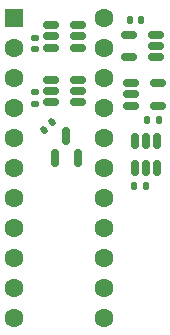
<source format=gbr>
%TF.GenerationSoftware,KiCad,Pcbnew,9.0.2*%
%TF.CreationDate,2025-08-20T02:55:48+06:00*%
%TF.ProjectId,hp3478a-fram-6l,68703334-3738-4612-9d66-72616d2d366c,rev?*%
%TF.SameCoordinates,Original*%
%TF.FileFunction,Soldermask,Bot*%
%TF.FilePolarity,Negative*%
%FSLAX46Y46*%
G04 Gerber Fmt 4.6, Leading zero omitted, Abs format (unit mm)*
G04 Created by KiCad (PCBNEW 9.0.2) date 2025-08-20 02:55:48*
%MOMM*%
%LPD*%
G01*
G04 APERTURE LIST*
G04 Aperture macros list*
%AMRoundRect*
0 Rectangle with rounded corners*
0 $1 Rounding radius*
0 $2 $3 $4 $5 $6 $7 $8 $9 X,Y pos of 4 corners*
0 Add a 4 corners polygon primitive as box body*
4,1,4,$2,$3,$4,$5,$6,$7,$8,$9,$2,$3,0*
0 Add four circle primitives for the rounded corners*
1,1,$1+$1,$2,$3*
1,1,$1+$1,$4,$5*
1,1,$1+$1,$6,$7*
1,1,$1+$1,$8,$9*
0 Add four rect primitives between the rounded corners*
20,1,$1+$1,$2,$3,$4,$5,0*
20,1,$1+$1,$4,$5,$6,$7,0*
20,1,$1+$1,$6,$7,$8,$9,0*
20,1,$1+$1,$8,$9,$2,$3,0*%
G04 Aperture macros list end*
%ADD10RoundRect,0.250000X-0.550000X-0.550000X0.550000X-0.550000X0.550000X0.550000X-0.550000X0.550000X0*%
%ADD11C,1.600000*%
%ADD12RoundRect,0.140000X0.021213X-0.219203X0.219203X-0.021213X-0.021213X0.219203X-0.219203X0.021213X0*%
%ADD13RoundRect,0.140000X-0.170000X0.140000X-0.170000X-0.140000X0.170000X-0.140000X0.170000X0.140000X0*%
%ADD14RoundRect,0.150000X0.512500X0.150000X-0.512500X0.150000X-0.512500X-0.150000X0.512500X-0.150000X0*%
%ADD15RoundRect,0.150000X-0.512500X-0.150000X0.512500X-0.150000X0.512500X0.150000X-0.512500X0.150000X0*%
%ADD16RoundRect,0.140000X-0.140000X-0.170000X0.140000X-0.170000X0.140000X0.170000X-0.140000X0.170000X0*%
%ADD17RoundRect,0.140000X0.140000X0.170000X-0.140000X0.170000X-0.140000X-0.170000X0.140000X-0.170000X0*%
%ADD18RoundRect,0.150000X0.150000X-0.587500X0.150000X0.587500X-0.150000X0.587500X-0.150000X-0.587500X0*%
%ADD19RoundRect,0.150000X-0.150000X0.512500X-0.150000X-0.512500X0.150000X-0.512500X0.150000X0.512500X0*%
G04 APERTURE END LIST*
D10*
%TO.C,J1*%
X132680000Y-56700000D03*
D11*
X132680000Y-59240000D03*
X132680000Y-61780000D03*
X132680000Y-64320000D03*
X132680000Y-66860000D03*
X132680000Y-69400000D03*
X132680000Y-71940000D03*
X132680000Y-74480000D03*
X132680000Y-77020000D03*
X132680000Y-79560000D03*
X132680000Y-82100000D03*
X140300000Y-82100000D03*
X140300000Y-79560000D03*
X140300000Y-77020000D03*
X140300000Y-74480000D03*
X140300000Y-71940000D03*
X140300000Y-69400000D03*
X140300000Y-66860000D03*
X140300000Y-64320000D03*
X140300000Y-61780000D03*
X140300000Y-59240000D03*
X140300000Y-56700000D03*
%TD*%
D12*
%TO.C,C2*%
X135260589Y-66239411D03*
X135939411Y-65560589D03*
%TD*%
D13*
%TO.C,C4*%
X134500000Y-63020000D03*
X134500000Y-63980000D03*
%TD*%
D14*
%TO.C,U4*%
X138137500Y-61950000D03*
X138137500Y-62900000D03*
X138137500Y-63850000D03*
X135862500Y-63850000D03*
X135862500Y-62900000D03*
X135862500Y-61950000D03*
%TD*%
D15*
%TO.C,U6*%
X142662500Y-64150000D03*
X142662500Y-63200000D03*
X142662500Y-62250000D03*
X144937500Y-62250000D03*
X144937500Y-64150000D03*
%TD*%
D16*
%TO.C,C6*%
X142520000Y-56900000D03*
X143480000Y-56900000D03*
%TD*%
D17*
%TO.C,C3*%
X143860000Y-70975000D03*
X142900000Y-70975000D03*
%TD*%
D13*
%TO.C,C5*%
X134500000Y-58420000D03*
X134500000Y-59380000D03*
%TD*%
D14*
%TO.C,U3*%
X138137500Y-57350000D03*
X138137500Y-58300000D03*
X138137500Y-59250000D03*
X135862500Y-59250000D03*
X135862500Y-58300000D03*
X135862500Y-57350000D03*
%TD*%
D18*
%TO.C,U2*%
X138100000Y-68600000D03*
X136200000Y-68600000D03*
X137150000Y-66725000D03*
%TD*%
D19*
%TO.C,U1*%
X142950000Y-67162500D03*
X143900000Y-67162500D03*
X144850000Y-67162500D03*
X144850000Y-69437500D03*
X143900000Y-69437500D03*
X142950000Y-69437500D03*
%TD*%
D14*
%TO.C,U5*%
X144737500Y-58150000D03*
X144737500Y-59100000D03*
X144737500Y-60050000D03*
X142462500Y-60050000D03*
X142462500Y-58150000D03*
%TD*%
D17*
%TO.C,C7*%
X144980000Y-65400000D03*
X144020000Y-65400000D03*
%TD*%
M02*

</source>
